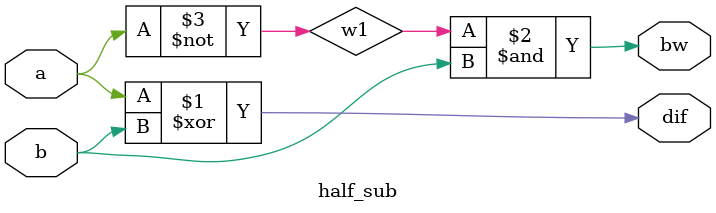
<source format=v>
module half_sub(a,b,dif,bw);
    input a,b;
	  output dif,bw;
	  wire w1;
	
    xor x1 (dif,a,b);
    and a1 (bw,w1,b);
    not n1 (w1,a);
endmodule

</source>
